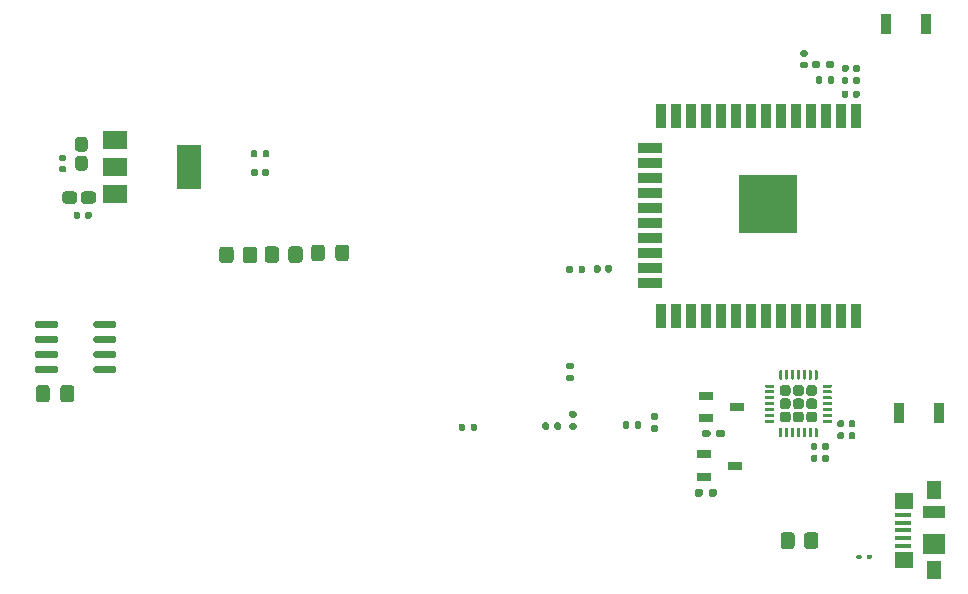
<source format=gbr>
%TF.GenerationSoftware,KiCad,Pcbnew,(5.1.8)-1*%
%TF.CreationDate,2021-07-02T09:49:44+03:00*%
%TF.ProjectId,Automation 101_Agriboard,4175746f-6d61-4746-996f-6e203130315f,rev?*%
%TF.SameCoordinates,Original*%
%TF.FileFunction,Paste,Top*%
%TF.FilePolarity,Positive*%
%FSLAX46Y46*%
G04 Gerber Fmt 4.6, Leading zero omitted, Abs format (unit mm)*
G04 Created by KiCad (PCBNEW (5.1.8)-1) date 2021-07-02 09:49:44*
%MOMM*%
%LPD*%
G01*
G04 APERTURE LIST*
%ADD10R,1.380000X0.450000*%
%ADD11R,1.550000X1.425000*%
%ADD12R,1.300000X1.650000*%
%ADD13R,1.900000X1.800000*%
%ADD14R,1.900000X1.000000*%
%ADD15R,1.220000X0.650000*%
%ADD16R,0.900000X1.700000*%
%ADD17R,5.000000X5.000000*%
%ADD18R,0.900000X2.000000*%
%ADD19R,2.000000X0.900000*%
%ADD20R,2.000000X3.800000*%
%ADD21R,2.000000X1.500000*%
G04 APERTURE END LIST*
%TO.C,C2*%
G36*
G01*
X133070000Y-40030000D02*
X133410000Y-40030000D01*
G75*
G02*
X133550000Y-40170000I0J-140000D01*
G01*
X133550000Y-40450000D01*
G75*
G02*
X133410000Y-40590000I-140000J0D01*
G01*
X133070000Y-40590000D01*
G75*
G02*
X132930000Y-40450000I0J140000D01*
G01*
X132930000Y-40170000D01*
G75*
G02*
X133070000Y-40030000I140000J0D01*
G01*
G37*
G36*
G01*
X133070000Y-40990000D02*
X133410000Y-40990000D01*
G75*
G02*
X133550000Y-41130000I0J-140000D01*
G01*
X133550000Y-41410000D01*
G75*
G02*
X133410000Y-41550000I-140000J0D01*
G01*
X133070000Y-41550000D01*
G75*
G02*
X132930000Y-41410000I0J140000D01*
G01*
X132930000Y-41130000D01*
G75*
G02*
X133070000Y-40990000I140000J0D01*
G01*
G37*
%TD*%
%TO.C,C3*%
G36*
G01*
X137410000Y-43920000D02*
X137410000Y-43580000D01*
G75*
G02*
X137550000Y-43440000I140000J0D01*
G01*
X137830000Y-43440000D01*
G75*
G02*
X137970000Y-43580000I0J-140000D01*
G01*
X137970000Y-43920000D01*
G75*
G02*
X137830000Y-44060000I-140000J0D01*
G01*
X137550000Y-44060000D01*
G75*
G02*
X137410000Y-43920000I0J140000D01*
G01*
G37*
G36*
G01*
X136450000Y-43920000D02*
X136450000Y-43580000D01*
G75*
G02*
X136590000Y-43440000I140000J0D01*
G01*
X136870000Y-43440000D01*
G75*
G02*
X137010000Y-43580000I0J-140000D01*
G01*
X137010000Y-43920000D01*
G75*
G02*
X136870000Y-44060000I-140000J0D01*
G01*
X136590000Y-44060000D01*
G75*
G02*
X136450000Y-43920000I0J140000D01*
G01*
G37*
%TD*%
%TO.C,C4*%
G36*
G01*
X136450000Y-42760000D02*
X136450000Y-42420000D01*
G75*
G02*
X136590000Y-42280000I140000J0D01*
G01*
X136870000Y-42280000D01*
G75*
G02*
X137010000Y-42420000I0J-140000D01*
G01*
X137010000Y-42760000D01*
G75*
G02*
X136870000Y-42900000I-140000J0D01*
G01*
X136590000Y-42900000D01*
G75*
G02*
X136450000Y-42760000I0J140000D01*
G01*
G37*
G36*
G01*
X137410000Y-42760000D02*
X137410000Y-42420000D01*
G75*
G02*
X137550000Y-42280000I140000J0D01*
G01*
X137830000Y-42280000D01*
G75*
G02*
X137970000Y-42420000I0J-140000D01*
G01*
X137970000Y-42760000D01*
G75*
G02*
X137830000Y-42900000I-140000J0D01*
G01*
X137550000Y-42900000D01*
G75*
G02*
X137410000Y-42760000I0J140000D01*
G01*
G37*
%TD*%
%TO.C,C5*%
G36*
G01*
X134780000Y-73750000D02*
X134780000Y-73410000D01*
G75*
G02*
X134920000Y-73270000I140000J0D01*
G01*
X135200000Y-73270000D01*
G75*
G02*
X135340000Y-73410000I0J-140000D01*
G01*
X135340000Y-73750000D01*
G75*
G02*
X135200000Y-73890000I-140000J0D01*
G01*
X134920000Y-73890000D01*
G75*
G02*
X134780000Y-73750000I0J140000D01*
G01*
G37*
G36*
G01*
X133820000Y-73750000D02*
X133820000Y-73410000D01*
G75*
G02*
X133960000Y-73270000I140000J0D01*
G01*
X134240000Y-73270000D01*
G75*
G02*
X134380000Y-73410000I0J-140000D01*
G01*
X134380000Y-73750000D01*
G75*
G02*
X134240000Y-73890000I-140000J0D01*
G01*
X133960000Y-73890000D01*
G75*
G02*
X133820000Y-73750000I0J140000D01*
G01*
G37*
%TD*%
%TO.C,C6*%
G36*
G01*
X134780000Y-74750000D02*
X134780000Y-74410000D01*
G75*
G02*
X134920000Y-74270000I140000J0D01*
G01*
X135200000Y-74270000D01*
G75*
G02*
X135340000Y-74410000I0J-140000D01*
G01*
X135340000Y-74750000D01*
G75*
G02*
X135200000Y-74890000I-140000J0D01*
G01*
X134920000Y-74890000D01*
G75*
G02*
X134780000Y-74750000I0J140000D01*
G01*
G37*
G36*
G01*
X133820000Y-74750000D02*
X133820000Y-74410000D01*
G75*
G02*
X133960000Y-74270000I140000J0D01*
G01*
X134240000Y-74270000D01*
G75*
G02*
X134380000Y-74410000I0J-140000D01*
G01*
X134380000Y-74750000D01*
G75*
G02*
X134240000Y-74890000I-140000J0D01*
G01*
X133960000Y-74890000D01*
G75*
G02*
X133820000Y-74750000I0J140000D01*
G01*
G37*
%TD*%
%TO.C,C8*%
G36*
G01*
X137040000Y-72840000D02*
X137040000Y-72500000D01*
G75*
G02*
X137180000Y-72360000I140000J0D01*
G01*
X137460000Y-72360000D01*
G75*
G02*
X137600000Y-72500000I0J-140000D01*
G01*
X137600000Y-72840000D01*
G75*
G02*
X137460000Y-72980000I-140000J0D01*
G01*
X137180000Y-72980000D01*
G75*
G02*
X137040000Y-72840000I0J140000D01*
G01*
G37*
G36*
G01*
X136080000Y-72840000D02*
X136080000Y-72500000D01*
G75*
G02*
X136220000Y-72360000I140000J0D01*
G01*
X136500000Y-72360000D01*
G75*
G02*
X136640000Y-72500000I0J-140000D01*
G01*
X136640000Y-72840000D01*
G75*
G02*
X136500000Y-72980000I-140000J0D01*
G01*
X136220000Y-72980000D01*
G75*
G02*
X136080000Y-72840000I0J140000D01*
G01*
G37*
%TD*%
%TO.C,C9*%
G36*
G01*
X71695000Y-52224999D02*
X71695000Y-52775001D01*
G75*
G02*
X71445001Y-53025000I-249999J0D01*
G01*
X70694999Y-53025000D01*
G75*
G02*
X70445000Y-52775001I0J249999D01*
G01*
X70445000Y-52224999D01*
G75*
G02*
X70694999Y-51975000I249999J0D01*
G01*
X71445001Y-51975000D01*
G75*
G02*
X71695000Y-52224999I0J-249999D01*
G01*
G37*
G36*
G01*
X73295000Y-52224999D02*
X73295000Y-52775001D01*
G75*
G02*
X73045001Y-53025000I-249999J0D01*
G01*
X72294999Y-53025000D01*
G75*
G02*
X72045000Y-52775001I0J249999D01*
G01*
X72045000Y-52224999D01*
G75*
G02*
X72294999Y-51975000I249999J0D01*
G01*
X73045001Y-51975000D01*
G75*
G02*
X73295000Y-52224999I0J-249999D01*
G01*
G37*
%TD*%
%TO.C,C10*%
G36*
G01*
X136080000Y-71830000D02*
X136080000Y-71490000D01*
G75*
G02*
X136220000Y-71350000I140000J0D01*
G01*
X136500000Y-71350000D01*
G75*
G02*
X136640000Y-71490000I0J-140000D01*
G01*
X136640000Y-71830000D01*
G75*
G02*
X136500000Y-71970000I-140000J0D01*
G01*
X136220000Y-71970000D01*
G75*
G02*
X136080000Y-71830000I0J140000D01*
G01*
G37*
G36*
G01*
X137040000Y-71830000D02*
X137040000Y-71490000D01*
G75*
G02*
X137180000Y-71350000I140000J0D01*
G01*
X137460000Y-71350000D01*
G75*
G02*
X137600000Y-71490000I0J-140000D01*
G01*
X137600000Y-71830000D01*
G75*
G02*
X137460000Y-71970000I-140000J0D01*
G01*
X137180000Y-71970000D01*
G75*
G02*
X137040000Y-71830000I0J140000D01*
G01*
G37*
%TD*%
%TO.C,C11*%
G36*
G01*
X136460000Y-41730000D02*
X136460000Y-41390000D01*
G75*
G02*
X136600000Y-41250000I140000J0D01*
G01*
X136880000Y-41250000D01*
G75*
G02*
X137020000Y-41390000I0J-140000D01*
G01*
X137020000Y-41730000D01*
G75*
G02*
X136880000Y-41870000I-140000J0D01*
G01*
X136600000Y-41870000D01*
G75*
G02*
X136460000Y-41730000I0J140000D01*
G01*
G37*
G36*
G01*
X137420000Y-41730000D02*
X137420000Y-41390000D01*
G75*
G02*
X137560000Y-41250000I140000J0D01*
G01*
X137840000Y-41250000D01*
G75*
G02*
X137980000Y-41390000I0J-140000D01*
G01*
X137980000Y-41730000D01*
G75*
G02*
X137840000Y-41870000I-140000J0D01*
G01*
X137560000Y-41870000D01*
G75*
G02*
X137420000Y-41730000I0J140000D01*
G01*
G37*
%TD*%
%TO.C,C12*%
G36*
G01*
X72930000Y-53830000D02*
X72930000Y-54170000D01*
G75*
G02*
X72790000Y-54310000I-140000J0D01*
G01*
X72510000Y-54310000D01*
G75*
G02*
X72370000Y-54170000I0J140000D01*
G01*
X72370000Y-53830000D01*
G75*
G02*
X72510000Y-53690000I140000J0D01*
G01*
X72790000Y-53690000D01*
G75*
G02*
X72930000Y-53830000I0J-140000D01*
G01*
G37*
G36*
G01*
X71970000Y-53830000D02*
X71970000Y-54170000D01*
G75*
G02*
X71830000Y-54310000I-140000J0D01*
G01*
X71550000Y-54310000D01*
G75*
G02*
X71410000Y-54170000I0J140000D01*
G01*
X71410000Y-53830000D01*
G75*
G02*
X71550000Y-53690000I140000J0D01*
G01*
X71830000Y-53690000D01*
G75*
G02*
X71970000Y-53830000I0J-140000D01*
G01*
G37*
%TD*%
%TO.C,C14*%
G36*
G01*
X72345001Y-50225000D02*
X71794999Y-50225000D01*
G75*
G02*
X71545000Y-49975001I0J249999D01*
G01*
X71545000Y-49224999D01*
G75*
G02*
X71794999Y-48975000I249999J0D01*
G01*
X72345001Y-48975000D01*
G75*
G02*
X72595000Y-49224999I0J-249999D01*
G01*
X72595000Y-49975001D01*
G75*
G02*
X72345001Y-50225000I-249999J0D01*
G01*
G37*
G36*
G01*
X72345001Y-48625000D02*
X71794999Y-48625000D01*
G75*
G02*
X71545000Y-48375001I0J249999D01*
G01*
X71545000Y-47624999D01*
G75*
G02*
X71794999Y-47375000I249999J0D01*
G01*
X72345001Y-47375000D01*
G75*
G02*
X72595000Y-47624999I0J-249999D01*
G01*
X72595000Y-48375001D01*
G75*
G02*
X72345001Y-48625000I-249999J0D01*
G01*
G37*
%TD*%
%TO.C,C15*%
G36*
G01*
X70640000Y-49420000D02*
X70300000Y-49420000D01*
G75*
G02*
X70160000Y-49280000I0J140000D01*
G01*
X70160000Y-49000000D01*
G75*
G02*
X70300000Y-48860000I140000J0D01*
G01*
X70640000Y-48860000D01*
G75*
G02*
X70780000Y-49000000I0J-140000D01*
G01*
X70780000Y-49280000D01*
G75*
G02*
X70640000Y-49420000I-140000J0D01*
G01*
G37*
G36*
G01*
X70640000Y-50380000D02*
X70300000Y-50380000D01*
G75*
G02*
X70160000Y-50240000I0J140000D01*
G01*
X70160000Y-49960000D01*
G75*
G02*
X70300000Y-49820000I140000J0D01*
G01*
X70640000Y-49820000D01*
G75*
G02*
X70780000Y-49960000I0J-140000D01*
G01*
X70780000Y-50240000D01*
G75*
G02*
X70640000Y-50380000I-140000J0D01*
G01*
G37*
%TD*%
%TO.C,D1*%
G36*
G01*
X87010000Y-50217500D02*
X87010000Y-50562500D01*
G75*
G02*
X86862500Y-50710000I-147500J0D01*
G01*
X86567500Y-50710000D01*
G75*
G02*
X86420000Y-50562500I0J147500D01*
G01*
X86420000Y-50217500D01*
G75*
G02*
X86567500Y-50070000I147500J0D01*
G01*
X86862500Y-50070000D01*
G75*
G02*
X87010000Y-50217500I0J-147500D01*
G01*
G37*
G36*
G01*
X87980000Y-50217500D02*
X87980000Y-50562500D01*
G75*
G02*
X87832500Y-50710000I-147500J0D01*
G01*
X87537500Y-50710000D01*
G75*
G02*
X87390000Y-50562500I0J147500D01*
G01*
X87390000Y-50217500D01*
G75*
G02*
X87537500Y-50070000I147500J0D01*
G01*
X87832500Y-50070000D01*
G75*
G02*
X87980000Y-50217500I0J-147500D01*
G01*
G37*
%TD*%
%TO.C,D2*%
G36*
G01*
X115430000Y-58702500D02*
X115430000Y-58357500D01*
G75*
G02*
X115577500Y-58210000I147500J0D01*
G01*
X115872500Y-58210000D01*
G75*
G02*
X116020000Y-58357500I0J-147500D01*
G01*
X116020000Y-58702500D01*
G75*
G02*
X115872500Y-58850000I-147500J0D01*
G01*
X115577500Y-58850000D01*
G75*
G02*
X115430000Y-58702500I0J147500D01*
G01*
G37*
G36*
G01*
X116400000Y-58702500D02*
X116400000Y-58357500D01*
G75*
G02*
X116547500Y-58210000I147500J0D01*
G01*
X116842500Y-58210000D01*
G75*
G02*
X116990000Y-58357500I0J-147500D01*
G01*
X116990000Y-58702500D01*
G75*
G02*
X116842500Y-58850000I-147500J0D01*
G01*
X116547500Y-58850000D01*
G75*
G02*
X116400000Y-58702500I0J147500D01*
G01*
G37*
%TD*%
%TO.C,D3*%
G36*
G01*
X137678500Y-83010000D02*
X137678500Y-82830000D01*
G75*
G02*
X137768500Y-82740000I90000J0D01*
G01*
X138046500Y-82740000D01*
G75*
G02*
X138136500Y-82830000I0J-90000D01*
G01*
X138136500Y-83010000D01*
G75*
G02*
X138046500Y-83100000I-90000J0D01*
G01*
X137768500Y-83100000D01*
G75*
G02*
X137678500Y-83010000I0J90000D01*
G01*
G37*
G36*
G01*
X138543500Y-83010000D02*
X138543500Y-82830000D01*
G75*
G02*
X138633500Y-82740000I90000J0D01*
G01*
X138911500Y-82740000D01*
G75*
G02*
X139001500Y-82830000I0J-90000D01*
G01*
X139001500Y-83010000D01*
G75*
G02*
X138911500Y-83100000I-90000J0D01*
G01*
X138633500Y-83100000D01*
G75*
G02*
X138543500Y-83010000I0J90000D01*
G01*
G37*
%TD*%
%TO.C,D4*%
G36*
G01*
X94725000Y-56739999D02*
X94725000Y-57640001D01*
G75*
G02*
X94475001Y-57890000I-249999J0D01*
G01*
X93824999Y-57890000D01*
G75*
G02*
X93575000Y-57640001I0J249999D01*
G01*
X93575000Y-56739999D01*
G75*
G02*
X93824999Y-56490000I249999J0D01*
G01*
X94475001Y-56490000D01*
G75*
G02*
X94725000Y-56739999I0J-249999D01*
G01*
G37*
G36*
G01*
X92675000Y-56739999D02*
X92675000Y-57640001D01*
G75*
G02*
X92425001Y-57890000I-249999J0D01*
G01*
X91774999Y-57890000D01*
G75*
G02*
X91525000Y-57640001I0J249999D01*
G01*
X91525000Y-56739999D01*
G75*
G02*
X91774999Y-56490000I249999J0D01*
G01*
X92425001Y-56490000D01*
G75*
G02*
X92675000Y-56739999I0J-249999D01*
G01*
G37*
%TD*%
D10*
%TO.C,J1*%
X141590000Y-81970000D03*
X141590000Y-81320000D03*
X141590000Y-80670000D03*
X141590000Y-80020000D03*
X141590000Y-79370000D03*
D11*
X141675000Y-83157500D03*
X141675000Y-78182500D03*
D12*
X144250000Y-84045000D03*
X144250000Y-77295000D03*
D13*
X144250000Y-81820000D03*
D14*
X144250000Y-79120000D03*
%TD*%
D15*
%TO.C,Q1*%
X127560000Y-70250000D03*
X124940000Y-71200000D03*
X124940000Y-69300000D03*
%TD*%
%TO.C,Q2*%
X124810000Y-74250000D03*
X124810000Y-76150000D03*
X127430000Y-75200000D03*
%TD*%
%TO.C,R1*%
G36*
G01*
X133907500Y-41390000D02*
X133907500Y-41070000D01*
G75*
G02*
X134067500Y-40910000I160000J0D01*
G01*
X134462500Y-40910000D01*
G75*
G02*
X134622500Y-41070000I0J-160000D01*
G01*
X134622500Y-41390000D01*
G75*
G02*
X134462500Y-41550000I-160000J0D01*
G01*
X134067500Y-41550000D01*
G75*
G02*
X133907500Y-41390000I0J160000D01*
G01*
G37*
G36*
G01*
X135102500Y-41390000D02*
X135102500Y-41070000D01*
G75*
G02*
X135262500Y-40910000I160000J0D01*
G01*
X135657500Y-40910000D01*
G75*
G02*
X135817500Y-41070000I0J-160000D01*
G01*
X135817500Y-41390000D01*
G75*
G02*
X135657500Y-41550000I-160000J0D01*
G01*
X135262500Y-41550000D01*
G75*
G02*
X135102500Y-41390000I0J160000D01*
G01*
G37*
%TD*%
%TO.C,R2*%
G36*
G01*
X135800000Y-42345000D02*
X135800000Y-42715000D01*
G75*
G02*
X135665000Y-42850000I-135000J0D01*
G01*
X135395000Y-42850000D01*
G75*
G02*
X135260000Y-42715000I0J135000D01*
G01*
X135260000Y-42345000D01*
G75*
G02*
X135395000Y-42210000I135000J0D01*
G01*
X135665000Y-42210000D01*
G75*
G02*
X135800000Y-42345000I0J-135000D01*
G01*
G37*
G36*
G01*
X134780000Y-42345000D02*
X134780000Y-42715000D01*
G75*
G02*
X134645000Y-42850000I-135000J0D01*
G01*
X134375000Y-42850000D01*
G75*
G02*
X134240000Y-42715000I0J135000D01*
G01*
X134240000Y-42345000D01*
G75*
G02*
X134375000Y-42210000I135000J0D01*
G01*
X134645000Y-42210000D01*
G75*
G02*
X134780000Y-42345000I0J-135000D01*
G01*
G37*
%TD*%
%TO.C,R3*%
G36*
G01*
X87430000Y-48975000D02*
X87430000Y-48605000D01*
G75*
G02*
X87565000Y-48470000I135000J0D01*
G01*
X87835000Y-48470000D01*
G75*
G02*
X87970000Y-48605000I0J-135000D01*
G01*
X87970000Y-48975000D01*
G75*
G02*
X87835000Y-49110000I-135000J0D01*
G01*
X87565000Y-49110000D01*
G75*
G02*
X87430000Y-48975000I0J135000D01*
G01*
G37*
G36*
G01*
X86410000Y-48975000D02*
X86410000Y-48605000D01*
G75*
G02*
X86545000Y-48470000I135000J0D01*
G01*
X86815000Y-48470000D01*
G75*
G02*
X86950000Y-48605000I0J-135000D01*
G01*
X86950000Y-48975000D01*
G75*
G02*
X86815000Y-49110000I-135000J0D01*
G01*
X86545000Y-49110000D01*
G75*
G02*
X86410000Y-48975000I0J135000D01*
G01*
G37*
%TD*%
%TO.C,R4*%
G36*
G01*
X114160000Y-58765000D02*
X114160000Y-58395000D01*
G75*
G02*
X114295000Y-58260000I135000J0D01*
G01*
X114565000Y-58260000D01*
G75*
G02*
X114700000Y-58395000I0J-135000D01*
G01*
X114700000Y-58765000D01*
G75*
G02*
X114565000Y-58900000I-135000J0D01*
G01*
X114295000Y-58900000D01*
G75*
G02*
X114160000Y-58765000I0J135000D01*
G01*
G37*
G36*
G01*
X113140000Y-58765000D02*
X113140000Y-58395000D01*
G75*
G02*
X113275000Y-58260000I135000J0D01*
G01*
X113545000Y-58260000D01*
G75*
G02*
X113680000Y-58395000I0J-135000D01*
G01*
X113680000Y-58765000D01*
G75*
G02*
X113545000Y-58900000I-135000J0D01*
G01*
X113275000Y-58900000D01*
G75*
G02*
X113140000Y-58765000I0J135000D01*
G01*
G37*
%TD*%
%TO.C,R5*%
G36*
G01*
X125817500Y-72640000D02*
X125817500Y-72320000D01*
G75*
G02*
X125977500Y-72160000I160000J0D01*
G01*
X126372500Y-72160000D01*
G75*
G02*
X126532500Y-72320000I0J-160000D01*
G01*
X126532500Y-72640000D01*
G75*
G02*
X126372500Y-72800000I-160000J0D01*
G01*
X125977500Y-72800000D01*
G75*
G02*
X125817500Y-72640000I0J160000D01*
G01*
G37*
G36*
G01*
X124622500Y-72640000D02*
X124622500Y-72320000D01*
G75*
G02*
X124782500Y-72160000I160000J0D01*
G01*
X125177500Y-72160000D01*
G75*
G02*
X125337500Y-72320000I0J-160000D01*
G01*
X125337500Y-72640000D01*
G75*
G02*
X125177500Y-72800000I-160000J0D01*
G01*
X124782500Y-72800000D01*
G75*
G02*
X124622500Y-72640000I0J160000D01*
G01*
G37*
%TD*%
%TO.C,R6*%
G36*
G01*
X125897500Y-77350000D02*
X125897500Y-77670000D01*
G75*
G02*
X125737500Y-77830000I-160000J0D01*
G01*
X125342500Y-77830000D01*
G75*
G02*
X125182500Y-77670000I0J160000D01*
G01*
X125182500Y-77350000D01*
G75*
G02*
X125342500Y-77190000I160000J0D01*
G01*
X125737500Y-77190000D01*
G75*
G02*
X125897500Y-77350000I0J-160000D01*
G01*
G37*
G36*
G01*
X124702500Y-77350000D02*
X124702500Y-77670000D01*
G75*
G02*
X124542500Y-77830000I-160000J0D01*
G01*
X124147500Y-77830000D01*
G75*
G02*
X123987500Y-77670000I0J160000D01*
G01*
X123987500Y-77350000D01*
G75*
G02*
X124147500Y-77190000I160000J0D01*
G01*
X124542500Y-77190000D01*
G75*
G02*
X124702500Y-77350000I0J-160000D01*
G01*
G37*
%TD*%
%TO.C,R7*%
G36*
G01*
X120775000Y-71310000D02*
X120405000Y-71310000D01*
G75*
G02*
X120270000Y-71175000I0J135000D01*
G01*
X120270000Y-70905000D01*
G75*
G02*
X120405000Y-70770000I135000J0D01*
G01*
X120775000Y-70770000D01*
G75*
G02*
X120910000Y-70905000I0J-135000D01*
G01*
X120910000Y-71175000D01*
G75*
G02*
X120775000Y-71310000I-135000J0D01*
G01*
G37*
G36*
G01*
X120775000Y-72330000D02*
X120405000Y-72330000D01*
G75*
G02*
X120270000Y-72195000I0J135000D01*
G01*
X120270000Y-71925000D01*
G75*
G02*
X120405000Y-71790000I135000J0D01*
G01*
X120775000Y-71790000D01*
G75*
G02*
X120910000Y-71925000I0J-135000D01*
G01*
X120910000Y-72195000D01*
G75*
G02*
X120775000Y-72330000I-135000J0D01*
G01*
G37*
%TD*%
%TO.C,R8*%
G36*
G01*
X117920000Y-71945000D02*
X117920000Y-71575000D01*
G75*
G02*
X118055000Y-71440000I135000J0D01*
G01*
X118325000Y-71440000D01*
G75*
G02*
X118460000Y-71575000I0J-135000D01*
G01*
X118460000Y-71945000D01*
G75*
G02*
X118325000Y-72080000I-135000J0D01*
G01*
X118055000Y-72080000D01*
G75*
G02*
X117920000Y-71945000I0J135000D01*
G01*
G37*
G36*
G01*
X118940000Y-71945000D02*
X118940000Y-71575000D01*
G75*
G02*
X119075000Y-71440000I135000J0D01*
G01*
X119345000Y-71440000D01*
G75*
G02*
X119480000Y-71575000I0J-135000D01*
G01*
X119480000Y-71945000D01*
G75*
G02*
X119345000Y-72080000I-135000J0D01*
G01*
X119075000Y-72080000D01*
G75*
G02*
X118940000Y-71945000I0J135000D01*
G01*
G37*
%TD*%
%TO.C,R9*%
G36*
G01*
X113875000Y-71130000D02*
X113505000Y-71130000D01*
G75*
G02*
X113370000Y-70995000I0J135000D01*
G01*
X113370000Y-70725000D01*
G75*
G02*
X113505000Y-70590000I135000J0D01*
G01*
X113875000Y-70590000D01*
G75*
G02*
X114010000Y-70725000I0J-135000D01*
G01*
X114010000Y-70995000D01*
G75*
G02*
X113875000Y-71130000I-135000J0D01*
G01*
G37*
G36*
G01*
X113875000Y-72150000D02*
X113505000Y-72150000D01*
G75*
G02*
X113370000Y-72015000I0J135000D01*
G01*
X113370000Y-71745000D01*
G75*
G02*
X113505000Y-71610000I135000J0D01*
G01*
X113875000Y-71610000D01*
G75*
G02*
X114010000Y-71745000I0J-135000D01*
G01*
X114010000Y-72015000D01*
G75*
G02*
X113875000Y-72150000I-135000J0D01*
G01*
G37*
%TD*%
%TO.C,R10*%
G36*
G01*
X111100000Y-72045000D02*
X111100000Y-71675000D01*
G75*
G02*
X111235000Y-71540000I135000J0D01*
G01*
X111505000Y-71540000D01*
G75*
G02*
X111640000Y-71675000I0J-135000D01*
G01*
X111640000Y-72045000D01*
G75*
G02*
X111505000Y-72180000I-135000J0D01*
G01*
X111235000Y-72180000D01*
G75*
G02*
X111100000Y-72045000I0J135000D01*
G01*
G37*
G36*
G01*
X112120000Y-72045000D02*
X112120000Y-71675000D01*
G75*
G02*
X112255000Y-71540000I135000J0D01*
G01*
X112525000Y-71540000D01*
G75*
G02*
X112660000Y-71675000I0J-135000D01*
G01*
X112660000Y-72045000D01*
G75*
G02*
X112525000Y-72180000I-135000J0D01*
G01*
X112255000Y-72180000D01*
G75*
G02*
X112120000Y-72045000I0J135000D01*
G01*
G37*
%TD*%
%TO.C,R11*%
G36*
G01*
X113625000Y-68060000D02*
X113255000Y-68060000D01*
G75*
G02*
X113120000Y-67925000I0J135000D01*
G01*
X113120000Y-67655000D01*
G75*
G02*
X113255000Y-67520000I135000J0D01*
G01*
X113625000Y-67520000D01*
G75*
G02*
X113760000Y-67655000I0J-135000D01*
G01*
X113760000Y-67925000D01*
G75*
G02*
X113625000Y-68060000I-135000J0D01*
G01*
G37*
G36*
G01*
X113625000Y-67040000D02*
X113255000Y-67040000D01*
G75*
G02*
X113120000Y-66905000I0J135000D01*
G01*
X113120000Y-66635000D01*
G75*
G02*
X113255000Y-66500000I135000J0D01*
G01*
X113625000Y-66500000D01*
G75*
G02*
X113760000Y-66635000I0J-135000D01*
G01*
X113760000Y-66905000D01*
G75*
G02*
X113625000Y-67040000I-135000J0D01*
G01*
G37*
%TD*%
%TO.C,R12*%
G36*
G01*
X131260000Y-82000001D02*
X131260000Y-81099999D01*
G75*
G02*
X131509999Y-80850000I249999J0D01*
G01*
X132210001Y-80850000D01*
G75*
G02*
X132460000Y-81099999I0J-249999D01*
G01*
X132460000Y-82000001D01*
G75*
G02*
X132210001Y-82250000I-249999J0D01*
G01*
X131509999Y-82250000D01*
G75*
G02*
X131260000Y-82000001I0J249999D01*
G01*
G37*
G36*
G01*
X133260000Y-82000001D02*
X133260000Y-81099999D01*
G75*
G02*
X133509999Y-80850000I249999J0D01*
G01*
X134210001Y-80850000D01*
G75*
G02*
X134460000Y-81099999I0J-249999D01*
G01*
X134460000Y-82000001D01*
G75*
G02*
X134210001Y-82250000I-249999J0D01*
G01*
X133509999Y-82250000D01*
G75*
G02*
X133260000Y-82000001I0J249999D01*
G01*
G37*
%TD*%
%TO.C,R14*%
G36*
G01*
X104010000Y-72145000D02*
X104010000Y-71775000D01*
G75*
G02*
X104145000Y-71640000I135000J0D01*
G01*
X104415000Y-71640000D01*
G75*
G02*
X104550000Y-71775000I0J-135000D01*
G01*
X104550000Y-72145000D01*
G75*
G02*
X104415000Y-72280000I-135000J0D01*
G01*
X104145000Y-72280000D01*
G75*
G02*
X104010000Y-72145000I0J135000D01*
G01*
G37*
G36*
G01*
X105030000Y-72145000D02*
X105030000Y-71775000D01*
G75*
G02*
X105165000Y-71640000I135000J0D01*
G01*
X105435000Y-71640000D01*
G75*
G02*
X105570000Y-71775000I0J-135000D01*
G01*
X105570000Y-72145000D01*
G75*
G02*
X105435000Y-72280000I-135000J0D01*
G01*
X105165000Y-72280000D01*
G75*
G02*
X105030000Y-72145000I0J135000D01*
G01*
G37*
%TD*%
%TO.C,R15*%
G36*
G01*
X85750000Y-57810001D02*
X85750000Y-56909999D01*
G75*
G02*
X85999999Y-56660000I249999J0D01*
G01*
X86700001Y-56660000D01*
G75*
G02*
X86950000Y-56909999I0J-249999D01*
G01*
X86950000Y-57810001D01*
G75*
G02*
X86700001Y-58060000I-249999J0D01*
G01*
X85999999Y-58060000D01*
G75*
G02*
X85750000Y-57810001I0J249999D01*
G01*
G37*
G36*
G01*
X83750000Y-57810001D02*
X83750000Y-56909999D01*
G75*
G02*
X83999999Y-56660000I249999J0D01*
G01*
X84700001Y-56660000D01*
G75*
G02*
X84950000Y-56909999I0J-249999D01*
G01*
X84950000Y-57810001D01*
G75*
G02*
X84700001Y-58060000I-249999J0D01*
G01*
X83999999Y-58060000D01*
G75*
G02*
X83750000Y-57810001I0J249999D01*
G01*
G37*
%TD*%
%TO.C,R16*%
G36*
G01*
X87590000Y-57780001D02*
X87590000Y-56879999D01*
G75*
G02*
X87839999Y-56630000I249999J0D01*
G01*
X88540001Y-56630000D01*
G75*
G02*
X88790000Y-56879999I0J-249999D01*
G01*
X88790000Y-57780001D01*
G75*
G02*
X88540001Y-58030000I-249999J0D01*
G01*
X87839999Y-58030000D01*
G75*
G02*
X87590000Y-57780001I0J249999D01*
G01*
G37*
G36*
G01*
X89590000Y-57780001D02*
X89590000Y-56879999D01*
G75*
G02*
X89839999Y-56630000I249999J0D01*
G01*
X90540001Y-56630000D01*
G75*
G02*
X90790000Y-56879999I0J-249999D01*
G01*
X90790000Y-57780001D01*
G75*
G02*
X90540001Y-58030000I-249999J0D01*
G01*
X89839999Y-58030000D01*
G75*
G02*
X89590000Y-57780001I0J249999D01*
G01*
G37*
%TD*%
D16*
%TO.C,SW2*%
X143620000Y-37840000D03*
X140220000Y-37840000D03*
%TD*%
%TO.C,SW3*%
X144690000Y-70760000D03*
X141290000Y-70760000D03*
%TD*%
%TO.C,U2*%
G36*
G01*
X131342500Y-72810000D02*
X131217500Y-72810000D01*
G75*
G02*
X131155000Y-72747500I0J62500D01*
G01*
X131155000Y-72072500D01*
G75*
G02*
X131217500Y-72010000I62500J0D01*
G01*
X131342500Y-72010000D01*
G75*
G02*
X131405000Y-72072500I0J-62500D01*
G01*
X131405000Y-72747500D01*
G75*
G02*
X131342500Y-72810000I-62500J0D01*
G01*
G37*
G36*
G01*
X131842500Y-72810000D02*
X131717500Y-72810000D01*
G75*
G02*
X131655000Y-72747500I0J62500D01*
G01*
X131655000Y-72072500D01*
G75*
G02*
X131717500Y-72010000I62500J0D01*
G01*
X131842500Y-72010000D01*
G75*
G02*
X131905000Y-72072500I0J-62500D01*
G01*
X131905000Y-72747500D01*
G75*
G02*
X131842500Y-72810000I-62500J0D01*
G01*
G37*
G36*
G01*
X132342500Y-72810000D02*
X132217500Y-72810000D01*
G75*
G02*
X132155000Y-72747500I0J62500D01*
G01*
X132155000Y-72072500D01*
G75*
G02*
X132217500Y-72010000I62500J0D01*
G01*
X132342500Y-72010000D01*
G75*
G02*
X132405000Y-72072500I0J-62500D01*
G01*
X132405000Y-72747500D01*
G75*
G02*
X132342500Y-72810000I-62500J0D01*
G01*
G37*
G36*
G01*
X132842500Y-72810000D02*
X132717500Y-72810000D01*
G75*
G02*
X132655000Y-72747500I0J62500D01*
G01*
X132655000Y-72072500D01*
G75*
G02*
X132717500Y-72010000I62500J0D01*
G01*
X132842500Y-72010000D01*
G75*
G02*
X132905000Y-72072500I0J-62500D01*
G01*
X132905000Y-72747500D01*
G75*
G02*
X132842500Y-72810000I-62500J0D01*
G01*
G37*
G36*
G01*
X133342500Y-72810000D02*
X133217500Y-72810000D01*
G75*
G02*
X133155000Y-72747500I0J62500D01*
G01*
X133155000Y-72072500D01*
G75*
G02*
X133217500Y-72010000I62500J0D01*
G01*
X133342500Y-72010000D01*
G75*
G02*
X133405000Y-72072500I0J-62500D01*
G01*
X133405000Y-72747500D01*
G75*
G02*
X133342500Y-72810000I-62500J0D01*
G01*
G37*
G36*
G01*
X133842500Y-72810000D02*
X133717500Y-72810000D01*
G75*
G02*
X133655000Y-72747500I0J62500D01*
G01*
X133655000Y-72072500D01*
G75*
G02*
X133717500Y-72010000I62500J0D01*
G01*
X133842500Y-72010000D01*
G75*
G02*
X133905000Y-72072500I0J-62500D01*
G01*
X133905000Y-72747500D01*
G75*
G02*
X133842500Y-72810000I-62500J0D01*
G01*
G37*
G36*
G01*
X134342500Y-72810000D02*
X134217500Y-72810000D01*
G75*
G02*
X134155000Y-72747500I0J62500D01*
G01*
X134155000Y-72072500D01*
G75*
G02*
X134217500Y-72010000I62500J0D01*
G01*
X134342500Y-72010000D01*
G75*
G02*
X134405000Y-72072500I0J-62500D01*
G01*
X134405000Y-72747500D01*
G75*
G02*
X134342500Y-72810000I-62500J0D01*
G01*
G37*
G36*
G01*
X135567500Y-71585000D02*
X134892500Y-71585000D01*
G75*
G02*
X134830000Y-71522500I0J62500D01*
G01*
X134830000Y-71397500D01*
G75*
G02*
X134892500Y-71335000I62500J0D01*
G01*
X135567500Y-71335000D01*
G75*
G02*
X135630000Y-71397500I0J-62500D01*
G01*
X135630000Y-71522500D01*
G75*
G02*
X135567500Y-71585000I-62500J0D01*
G01*
G37*
G36*
G01*
X135567500Y-71085000D02*
X134892500Y-71085000D01*
G75*
G02*
X134830000Y-71022500I0J62500D01*
G01*
X134830000Y-70897500D01*
G75*
G02*
X134892500Y-70835000I62500J0D01*
G01*
X135567500Y-70835000D01*
G75*
G02*
X135630000Y-70897500I0J-62500D01*
G01*
X135630000Y-71022500D01*
G75*
G02*
X135567500Y-71085000I-62500J0D01*
G01*
G37*
G36*
G01*
X135567500Y-70585000D02*
X134892500Y-70585000D01*
G75*
G02*
X134830000Y-70522500I0J62500D01*
G01*
X134830000Y-70397500D01*
G75*
G02*
X134892500Y-70335000I62500J0D01*
G01*
X135567500Y-70335000D01*
G75*
G02*
X135630000Y-70397500I0J-62500D01*
G01*
X135630000Y-70522500D01*
G75*
G02*
X135567500Y-70585000I-62500J0D01*
G01*
G37*
G36*
G01*
X135567500Y-70085000D02*
X134892500Y-70085000D01*
G75*
G02*
X134830000Y-70022500I0J62500D01*
G01*
X134830000Y-69897500D01*
G75*
G02*
X134892500Y-69835000I62500J0D01*
G01*
X135567500Y-69835000D01*
G75*
G02*
X135630000Y-69897500I0J-62500D01*
G01*
X135630000Y-70022500D01*
G75*
G02*
X135567500Y-70085000I-62500J0D01*
G01*
G37*
G36*
G01*
X135567500Y-69585000D02*
X134892500Y-69585000D01*
G75*
G02*
X134830000Y-69522500I0J62500D01*
G01*
X134830000Y-69397500D01*
G75*
G02*
X134892500Y-69335000I62500J0D01*
G01*
X135567500Y-69335000D01*
G75*
G02*
X135630000Y-69397500I0J-62500D01*
G01*
X135630000Y-69522500D01*
G75*
G02*
X135567500Y-69585000I-62500J0D01*
G01*
G37*
G36*
G01*
X135567500Y-69085000D02*
X134892500Y-69085000D01*
G75*
G02*
X134830000Y-69022500I0J62500D01*
G01*
X134830000Y-68897500D01*
G75*
G02*
X134892500Y-68835000I62500J0D01*
G01*
X135567500Y-68835000D01*
G75*
G02*
X135630000Y-68897500I0J-62500D01*
G01*
X135630000Y-69022500D01*
G75*
G02*
X135567500Y-69085000I-62500J0D01*
G01*
G37*
G36*
G01*
X135567500Y-68585000D02*
X134892500Y-68585000D01*
G75*
G02*
X134830000Y-68522500I0J62500D01*
G01*
X134830000Y-68397500D01*
G75*
G02*
X134892500Y-68335000I62500J0D01*
G01*
X135567500Y-68335000D01*
G75*
G02*
X135630000Y-68397500I0J-62500D01*
G01*
X135630000Y-68522500D01*
G75*
G02*
X135567500Y-68585000I-62500J0D01*
G01*
G37*
G36*
G01*
X134342500Y-67910000D02*
X134217500Y-67910000D01*
G75*
G02*
X134155000Y-67847500I0J62500D01*
G01*
X134155000Y-67172500D01*
G75*
G02*
X134217500Y-67110000I62500J0D01*
G01*
X134342500Y-67110000D01*
G75*
G02*
X134405000Y-67172500I0J-62500D01*
G01*
X134405000Y-67847500D01*
G75*
G02*
X134342500Y-67910000I-62500J0D01*
G01*
G37*
G36*
G01*
X133842500Y-67910000D02*
X133717500Y-67910000D01*
G75*
G02*
X133655000Y-67847500I0J62500D01*
G01*
X133655000Y-67172500D01*
G75*
G02*
X133717500Y-67110000I62500J0D01*
G01*
X133842500Y-67110000D01*
G75*
G02*
X133905000Y-67172500I0J-62500D01*
G01*
X133905000Y-67847500D01*
G75*
G02*
X133842500Y-67910000I-62500J0D01*
G01*
G37*
G36*
G01*
X133342500Y-67910000D02*
X133217500Y-67910000D01*
G75*
G02*
X133155000Y-67847500I0J62500D01*
G01*
X133155000Y-67172500D01*
G75*
G02*
X133217500Y-67110000I62500J0D01*
G01*
X133342500Y-67110000D01*
G75*
G02*
X133405000Y-67172500I0J-62500D01*
G01*
X133405000Y-67847500D01*
G75*
G02*
X133342500Y-67910000I-62500J0D01*
G01*
G37*
G36*
G01*
X132842500Y-67910000D02*
X132717500Y-67910000D01*
G75*
G02*
X132655000Y-67847500I0J62500D01*
G01*
X132655000Y-67172500D01*
G75*
G02*
X132717500Y-67110000I62500J0D01*
G01*
X132842500Y-67110000D01*
G75*
G02*
X132905000Y-67172500I0J-62500D01*
G01*
X132905000Y-67847500D01*
G75*
G02*
X132842500Y-67910000I-62500J0D01*
G01*
G37*
G36*
G01*
X132342500Y-67910000D02*
X132217500Y-67910000D01*
G75*
G02*
X132155000Y-67847500I0J62500D01*
G01*
X132155000Y-67172500D01*
G75*
G02*
X132217500Y-67110000I62500J0D01*
G01*
X132342500Y-67110000D01*
G75*
G02*
X132405000Y-67172500I0J-62500D01*
G01*
X132405000Y-67847500D01*
G75*
G02*
X132342500Y-67910000I-62500J0D01*
G01*
G37*
G36*
G01*
X131842500Y-67910000D02*
X131717500Y-67910000D01*
G75*
G02*
X131655000Y-67847500I0J62500D01*
G01*
X131655000Y-67172500D01*
G75*
G02*
X131717500Y-67110000I62500J0D01*
G01*
X131842500Y-67110000D01*
G75*
G02*
X131905000Y-67172500I0J-62500D01*
G01*
X131905000Y-67847500D01*
G75*
G02*
X131842500Y-67910000I-62500J0D01*
G01*
G37*
G36*
G01*
X131342500Y-67910000D02*
X131217500Y-67910000D01*
G75*
G02*
X131155000Y-67847500I0J62500D01*
G01*
X131155000Y-67172500D01*
G75*
G02*
X131217500Y-67110000I62500J0D01*
G01*
X131342500Y-67110000D01*
G75*
G02*
X131405000Y-67172500I0J-62500D01*
G01*
X131405000Y-67847500D01*
G75*
G02*
X131342500Y-67910000I-62500J0D01*
G01*
G37*
G36*
G01*
X130667500Y-68585000D02*
X129992500Y-68585000D01*
G75*
G02*
X129930000Y-68522500I0J62500D01*
G01*
X129930000Y-68397500D01*
G75*
G02*
X129992500Y-68335000I62500J0D01*
G01*
X130667500Y-68335000D01*
G75*
G02*
X130730000Y-68397500I0J-62500D01*
G01*
X130730000Y-68522500D01*
G75*
G02*
X130667500Y-68585000I-62500J0D01*
G01*
G37*
G36*
G01*
X130667500Y-69085000D02*
X129992500Y-69085000D01*
G75*
G02*
X129930000Y-69022500I0J62500D01*
G01*
X129930000Y-68897500D01*
G75*
G02*
X129992500Y-68835000I62500J0D01*
G01*
X130667500Y-68835000D01*
G75*
G02*
X130730000Y-68897500I0J-62500D01*
G01*
X130730000Y-69022500D01*
G75*
G02*
X130667500Y-69085000I-62500J0D01*
G01*
G37*
G36*
G01*
X130667500Y-69585000D02*
X129992500Y-69585000D01*
G75*
G02*
X129930000Y-69522500I0J62500D01*
G01*
X129930000Y-69397500D01*
G75*
G02*
X129992500Y-69335000I62500J0D01*
G01*
X130667500Y-69335000D01*
G75*
G02*
X130730000Y-69397500I0J-62500D01*
G01*
X130730000Y-69522500D01*
G75*
G02*
X130667500Y-69585000I-62500J0D01*
G01*
G37*
G36*
G01*
X130667500Y-70085000D02*
X129992500Y-70085000D01*
G75*
G02*
X129930000Y-70022500I0J62500D01*
G01*
X129930000Y-69897500D01*
G75*
G02*
X129992500Y-69835000I62500J0D01*
G01*
X130667500Y-69835000D01*
G75*
G02*
X130730000Y-69897500I0J-62500D01*
G01*
X130730000Y-70022500D01*
G75*
G02*
X130667500Y-70085000I-62500J0D01*
G01*
G37*
G36*
G01*
X130667500Y-70585000D02*
X129992500Y-70585000D01*
G75*
G02*
X129930000Y-70522500I0J62500D01*
G01*
X129930000Y-70397500D01*
G75*
G02*
X129992500Y-70335000I62500J0D01*
G01*
X130667500Y-70335000D01*
G75*
G02*
X130730000Y-70397500I0J-62500D01*
G01*
X130730000Y-70522500D01*
G75*
G02*
X130667500Y-70585000I-62500J0D01*
G01*
G37*
G36*
G01*
X130667500Y-71085000D02*
X129992500Y-71085000D01*
G75*
G02*
X129930000Y-71022500I0J62500D01*
G01*
X129930000Y-70897500D01*
G75*
G02*
X129992500Y-70835000I62500J0D01*
G01*
X130667500Y-70835000D01*
G75*
G02*
X130730000Y-70897500I0J-62500D01*
G01*
X130730000Y-71022500D01*
G75*
G02*
X130667500Y-71085000I-62500J0D01*
G01*
G37*
G36*
G01*
X130667500Y-71585000D02*
X129992500Y-71585000D01*
G75*
G02*
X129930000Y-71522500I0J62500D01*
G01*
X129930000Y-71397500D01*
G75*
G02*
X129992500Y-71335000I62500J0D01*
G01*
X130667500Y-71335000D01*
G75*
G02*
X130730000Y-71397500I0J-62500D01*
G01*
X130730000Y-71522500D01*
G75*
G02*
X130667500Y-71585000I-62500J0D01*
G01*
G37*
G36*
G01*
X131885000Y-71530000D02*
X131435000Y-71530000D01*
G75*
G02*
X131210000Y-71305000I0J225000D01*
G01*
X131210000Y-70855000D01*
G75*
G02*
X131435000Y-70630000I225000J0D01*
G01*
X131885000Y-70630000D01*
G75*
G02*
X132110000Y-70855000I0J-225000D01*
G01*
X132110000Y-71305000D01*
G75*
G02*
X131885000Y-71530000I-225000J0D01*
G01*
G37*
G36*
G01*
X133005000Y-71530000D02*
X132555000Y-71530000D01*
G75*
G02*
X132330000Y-71305000I0J225000D01*
G01*
X132330000Y-70855000D01*
G75*
G02*
X132555000Y-70630000I225000J0D01*
G01*
X133005000Y-70630000D01*
G75*
G02*
X133230000Y-70855000I0J-225000D01*
G01*
X133230000Y-71305000D01*
G75*
G02*
X133005000Y-71530000I-225000J0D01*
G01*
G37*
G36*
G01*
X134125000Y-71530000D02*
X133675000Y-71530000D01*
G75*
G02*
X133450000Y-71305000I0J225000D01*
G01*
X133450000Y-70855000D01*
G75*
G02*
X133675000Y-70630000I225000J0D01*
G01*
X134125000Y-70630000D01*
G75*
G02*
X134350000Y-70855000I0J-225000D01*
G01*
X134350000Y-71305000D01*
G75*
G02*
X134125000Y-71530000I-225000J0D01*
G01*
G37*
G36*
G01*
X131885000Y-70410000D02*
X131435000Y-70410000D01*
G75*
G02*
X131210000Y-70185000I0J225000D01*
G01*
X131210000Y-69735000D01*
G75*
G02*
X131435000Y-69510000I225000J0D01*
G01*
X131885000Y-69510000D01*
G75*
G02*
X132110000Y-69735000I0J-225000D01*
G01*
X132110000Y-70185000D01*
G75*
G02*
X131885000Y-70410000I-225000J0D01*
G01*
G37*
G36*
G01*
X133005000Y-70410000D02*
X132555000Y-70410000D01*
G75*
G02*
X132330000Y-70185000I0J225000D01*
G01*
X132330000Y-69735000D01*
G75*
G02*
X132555000Y-69510000I225000J0D01*
G01*
X133005000Y-69510000D01*
G75*
G02*
X133230000Y-69735000I0J-225000D01*
G01*
X133230000Y-70185000D01*
G75*
G02*
X133005000Y-70410000I-225000J0D01*
G01*
G37*
G36*
G01*
X134125000Y-70410000D02*
X133675000Y-70410000D01*
G75*
G02*
X133450000Y-70185000I0J225000D01*
G01*
X133450000Y-69735000D01*
G75*
G02*
X133675000Y-69510000I225000J0D01*
G01*
X134125000Y-69510000D01*
G75*
G02*
X134350000Y-69735000I0J-225000D01*
G01*
X134350000Y-70185000D01*
G75*
G02*
X134125000Y-70410000I-225000J0D01*
G01*
G37*
G36*
G01*
X131885000Y-69290000D02*
X131435000Y-69290000D01*
G75*
G02*
X131210000Y-69065000I0J225000D01*
G01*
X131210000Y-68615000D01*
G75*
G02*
X131435000Y-68390000I225000J0D01*
G01*
X131885000Y-68390000D01*
G75*
G02*
X132110000Y-68615000I0J-225000D01*
G01*
X132110000Y-69065000D01*
G75*
G02*
X131885000Y-69290000I-225000J0D01*
G01*
G37*
G36*
G01*
X133005000Y-69290000D02*
X132555000Y-69290000D01*
G75*
G02*
X132330000Y-69065000I0J225000D01*
G01*
X132330000Y-68615000D01*
G75*
G02*
X132555000Y-68390000I225000J0D01*
G01*
X133005000Y-68390000D01*
G75*
G02*
X133230000Y-68615000I0J-225000D01*
G01*
X133230000Y-69065000D01*
G75*
G02*
X133005000Y-69290000I-225000J0D01*
G01*
G37*
G36*
G01*
X134125000Y-69290000D02*
X133675000Y-69290000D01*
G75*
G02*
X133450000Y-69065000I0J225000D01*
G01*
X133450000Y-68615000D01*
G75*
G02*
X133675000Y-68390000I225000J0D01*
G01*
X134125000Y-68390000D01*
G75*
G02*
X134350000Y-68615000I0J-225000D01*
G01*
X134350000Y-69065000D01*
G75*
G02*
X134125000Y-69290000I-225000J0D01*
G01*
G37*
%TD*%
D17*
%TO.C,U3*%
X130185000Y-53060000D03*
D18*
X137685000Y-45560000D03*
X136415000Y-45560000D03*
X135145000Y-45560000D03*
X133875000Y-45560000D03*
X132605000Y-45560000D03*
X131335000Y-45560000D03*
X130065000Y-45560000D03*
X128795000Y-45560000D03*
X127525000Y-45560000D03*
X126255000Y-45560000D03*
X124985000Y-45560000D03*
X123715000Y-45560000D03*
X122445000Y-45560000D03*
X121175000Y-45560000D03*
D19*
X120175000Y-48345000D03*
X120175000Y-49615000D03*
X120175000Y-50885000D03*
X120175000Y-52155000D03*
X120175000Y-53425000D03*
X120175000Y-54695000D03*
X120175000Y-55965000D03*
X120175000Y-57235000D03*
X120175000Y-58505000D03*
X120175000Y-59775000D03*
D18*
X121175000Y-62560000D03*
X122445000Y-62560000D03*
X123715000Y-62560000D03*
X124985000Y-62560000D03*
X126255000Y-62560000D03*
X127525000Y-62560000D03*
X128795000Y-62560000D03*
X130065000Y-62560000D03*
X131335000Y-62560000D03*
X132605000Y-62560000D03*
X133875000Y-62560000D03*
X135145000Y-62560000D03*
X136415000Y-62560000D03*
X137685000Y-62560000D03*
%TD*%
D20*
%TO.C,U4*%
X81220000Y-49900000D03*
D21*
X74920000Y-49900000D03*
X74920000Y-52200000D03*
X74920000Y-47600000D03*
%TD*%
%TO.C,U6*%
G36*
G01*
X75030000Y-66905000D02*
X75030000Y-67205000D01*
G75*
G02*
X74880000Y-67355000I-150000J0D01*
G01*
X73230000Y-67355000D01*
G75*
G02*
X73080000Y-67205000I0J150000D01*
G01*
X73080000Y-66905000D01*
G75*
G02*
X73230000Y-66755000I150000J0D01*
G01*
X74880000Y-66755000D01*
G75*
G02*
X75030000Y-66905000I0J-150000D01*
G01*
G37*
G36*
G01*
X75030000Y-65635000D02*
X75030000Y-65935000D01*
G75*
G02*
X74880000Y-66085000I-150000J0D01*
G01*
X73230000Y-66085000D01*
G75*
G02*
X73080000Y-65935000I0J150000D01*
G01*
X73080000Y-65635000D01*
G75*
G02*
X73230000Y-65485000I150000J0D01*
G01*
X74880000Y-65485000D01*
G75*
G02*
X75030000Y-65635000I0J-150000D01*
G01*
G37*
G36*
G01*
X75030000Y-64365000D02*
X75030000Y-64665000D01*
G75*
G02*
X74880000Y-64815000I-150000J0D01*
G01*
X73230000Y-64815000D01*
G75*
G02*
X73080000Y-64665000I0J150000D01*
G01*
X73080000Y-64365000D01*
G75*
G02*
X73230000Y-64215000I150000J0D01*
G01*
X74880000Y-64215000D01*
G75*
G02*
X75030000Y-64365000I0J-150000D01*
G01*
G37*
G36*
G01*
X75030000Y-63095000D02*
X75030000Y-63395000D01*
G75*
G02*
X74880000Y-63545000I-150000J0D01*
G01*
X73230000Y-63545000D01*
G75*
G02*
X73080000Y-63395000I0J150000D01*
G01*
X73080000Y-63095000D01*
G75*
G02*
X73230000Y-62945000I150000J0D01*
G01*
X74880000Y-62945000D01*
G75*
G02*
X75030000Y-63095000I0J-150000D01*
G01*
G37*
G36*
G01*
X70080000Y-63095000D02*
X70080000Y-63395000D01*
G75*
G02*
X69930000Y-63545000I-150000J0D01*
G01*
X68280000Y-63545000D01*
G75*
G02*
X68130000Y-63395000I0J150000D01*
G01*
X68130000Y-63095000D01*
G75*
G02*
X68280000Y-62945000I150000J0D01*
G01*
X69930000Y-62945000D01*
G75*
G02*
X70080000Y-63095000I0J-150000D01*
G01*
G37*
G36*
G01*
X70080000Y-64365000D02*
X70080000Y-64665000D01*
G75*
G02*
X69930000Y-64815000I-150000J0D01*
G01*
X68280000Y-64815000D01*
G75*
G02*
X68130000Y-64665000I0J150000D01*
G01*
X68130000Y-64365000D01*
G75*
G02*
X68280000Y-64215000I150000J0D01*
G01*
X69930000Y-64215000D01*
G75*
G02*
X70080000Y-64365000I0J-150000D01*
G01*
G37*
G36*
G01*
X70080000Y-65635000D02*
X70080000Y-65935000D01*
G75*
G02*
X69930000Y-66085000I-150000J0D01*
G01*
X68280000Y-66085000D01*
G75*
G02*
X68130000Y-65935000I0J150000D01*
G01*
X68130000Y-65635000D01*
G75*
G02*
X68280000Y-65485000I150000J0D01*
G01*
X69930000Y-65485000D01*
G75*
G02*
X70080000Y-65635000I0J-150000D01*
G01*
G37*
G36*
G01*
X70080000Y-66905000D02*
X70080000Y-67205000D01*
G75*
G02*
X69930000Y-67355000I-150000J0D01*
G01*
X68280000Y-67355000D01*
G75*
G02*
X68130000Y-67205000I0J150000D01*
G01*
X68130000Y-66905000D01*
G75*
G02*
X68280000Y-66755000I150000J0D01*
G01*
X69930000Y-66755000D01*
G75*
G02*
X70080000Y-66905000I0J-150000D01*
G01*
G37*
%TD*%
%TO.C,C18*%
G36*
G01*
X68215000Y-69585000D02*
X68215000Y-68635000D01*
G75*
G02*
X68465000Y-68385000I250000J0D01*
G01*
X69140000Y-68385000D01*
G75*
G02*
X69390000Y-68635000I0J-250000D01*
G01*
X69390000Y-69585000D01*
G75*
G02*
X69140000Y-69835000I-250000J0D01*
G01*
X68465000Y-69835000D01*
G75*
G02*
X68215000Y-69585000I0J250000D01*
G01*
G37*
G36*
G01*
X70290000Y-69585000D02*
X70290000Y-68635000D01*
G75*
G02*
X70540000Y-68385000I250000J0D01*
G01*
X71215000Y-68385000D01*
G75*
G02*
X71465000Y-68635000I0J-250000D01*
G01*
X71465000Y-69585000D01*
G75*
G02*
X71215000Y-69835000I-250000J0D01*
G01*
X70540000Y-69835000D01*
G75*
G02*
X70290000Y-69585000I0J250000D01*
G01*
G37*
%TD*%
M02*

</source>
